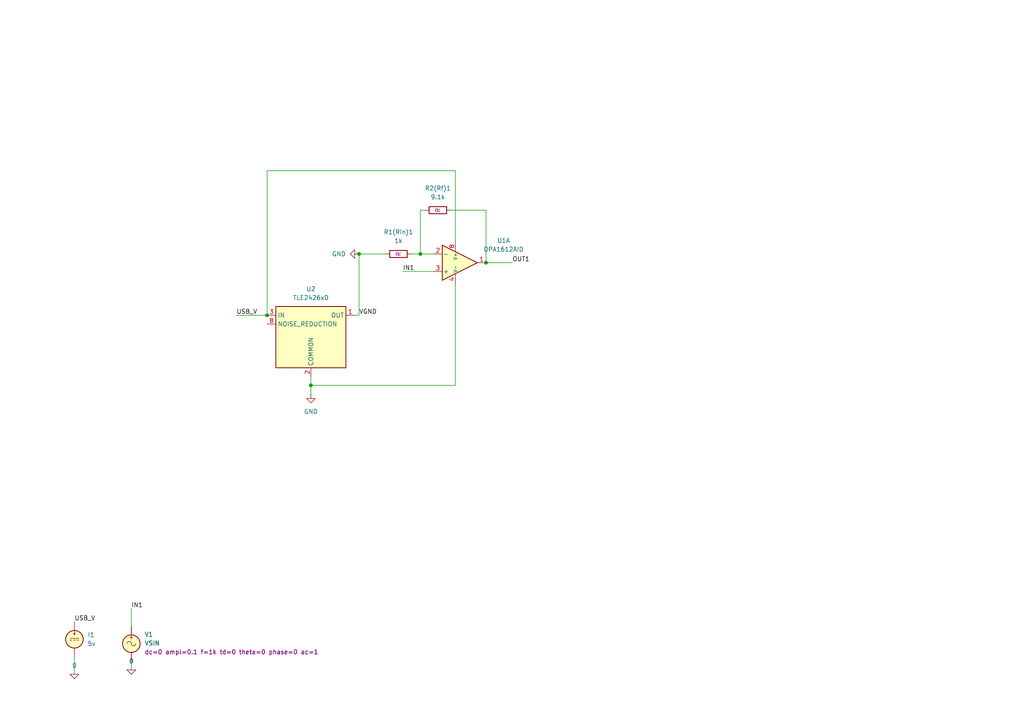
<source format=kicad_sch>
(kicad_sch (version 20250114) (generator "eeschema") (generator_version "9.0")
  (paper "A4")
  (lib_symbols
    (symbol "Device:R" (pin_numbers (hide yes)) (pin_names (offset 0))
      (property "Reference" "R" (at 2.032 0 90))
      (property "Value" "R" (at 0 0 90))
      (symbol "R_0_1"
        (rectangle (start -1.016 -2.54) (end 1.016 2.54) (stroke (width 0.254)))
      )
      (symbol "R_1_1"
        (pin passive line (at 0 3.81 270) (length 1.27) (name "~") (number "1"))
        (pin passive line (at 0 -3.81 90) (length 1.27) (name "~") (number "2"))
      )
    )
    (symbol "PCM_Amplifier_Operational_AKL:OPA1612AID" (pin_names (offset 0.2))
      (property "Reference" "U" (at 0 7.62 0))
      (property "Value" "OPA1612AID" (at 0 5.08 0))
      (symbol "OPA1612AID_0_1"
        (polyline (pts (xy -3.81 5.08) (xy -3.81 -5.08) (xy 6.35 0) (xy -3.81 5.08)) (stroke (width 0.254)) (fill (type background)))
      )
      (symbol "OPA1612AID_1_1"
        (pin input line (at -6.35 2.54 0) (length 2.54) (name "-") (number "2"))
        (pin input line (at -6.35 -2.54 0) (length 2.54) (name "+") (number "3"))
        (pin power_in line (at 0 6.35 270) (length 3.18) (name "V+") (number "8"))
        (pin power_in line (at 0 -6.35 90) (length 3.18) (name "V-") (number "4"))
        (pin output line (at 8.89 0 180) (length 2.54) (name "~") (number "1"))
      )
      (symbol "OPA1612AID_2_1"
        (pin input line (at -6.35 2.54 0) (length 2.54) (name "-") (number "6"))
        (pin input line (at -6.35 -2.54 0) (length 2.54) (name "+") (number "5"))
        (pin output line (at 8.89 0 180) (length 2.54) (name "~") (number "7"))
      )
    )
    (symbol "Reference_Voltage:TLE2426xD"
      (property "Reference" "U" (at -10.414 8.89 0))
      (property "Value" "TLE2426xD" (at 10.16 8.89 0))
      (symbol "TLE2426xD_0_1"
        (rectangle (start -10.16 7.62) (end 10.16 -10.16) (stroke (width 0.254)) (fill (type background)))
      )
      (symbol "TLE2426xD_1_1"
        (pin power_in line (at -12.7 5.08 0) (length 2.54) (name "IN") (number "3"))
        (pin passive line (at -12.7 2.54 0) (length 2.54) (name "NOISE_REDUCTION") (number "8"))
        (pin no_connect line (at -10.16 0 0) (length 2.54) (hide yes) (name "NC") (number "4"))
        (pin no_connect line (at -10.16 -2.54 0) (length 2.54) (hide yes) (name "NC") (number "5"))
        (pin power_in line (at 0 -12.7 90) (length 2.54) (name "COMMON") (number "2"))
        (pin no_connect line (at 10.16 0 180) (length 2.54) (hide yes) (name "NC") (number "6"))
        (pin no_connect line (at 10.16 -2.54 180) (length 2.54) (hide yes) (name "NC") (number "7"))
        (pin power_out line (at 12.7 5.08 180) (length 2.54) (name "OUT") (number "1"))
      )
    )
    (symbol "Simulation_SPICE:0" (power) (pin_numbers (hide yes)) (pin_names (offset 0) (hide yes))
      (property "Value" "0" (at 0 -2.54 0))
      (symbol "0_0_1"
        (polyline (pts (xy -1.27 0) (xy 0 -1.27) (xy 1.27 0) (xy -1.27 0)))
      )
      (symbol "0_1_1"
        (pin power_in line (at 0 0 0) (length 0) (name "~") (number "1"))
      )
    )
    (symbol "Simulation_SPICE:IDC" (pin_numbers (hide yes)) (pin_names (offset 0.0254))
      (property "Reference" "I" (at 2.54 2.54 0))
      (property "Value" "1" (at 2.54 0 0))
      (symbol "IDC_0_0"
        (polyline (pts (xy -1.27 0.254) (xy 1.27 0.254)))
        (polyline (pts (xy -0.762 -0.254) (xy -1.27 -0.254)))
        (polyline (pts (xy 0.254 -0.254) (xy -0.254 -0.254)))
        (polyline (pts (xy 1.27 -0.254) (xy 0.762 -0.254)))
      )
      (symbol "IDC_0_1"
        (polyline (pts (xy -0.254 1.778) (xy 0 1.27) (xy 0.254 1.778)))
        (polyline (pts (xy 0 1.27) (xy 0 2.286)))
        (circle (center 0 0) (radius 2.54) (stroke (width 0.254)) (fill (type background)))
      )
      (symbol "IDC_1_1"
        (pin passive line (at 0 5.08 270) (length 2.54) (name "~") (number "1"))
        (pin passive line (at 0 -5.08 90) (length 2.54) (name "~") (number "2"))
      )
    )
    (symbol "Simulation_SPICE:VSIN" (pin_numbers (hide yes)) (pin_names (offset 0.0254))
      (property "Reference" "V" (at 2.54 2.54 0))
      (property "Value" "VSIN" (at 2.54 0 0))
      (property "Sim.Params" "dc=0 ampl=1 f=1k ac=1" (at 2.54 -2.54 0))
      (symbol "VSIN_0_0"
        (arc (start -1.27 0) (mid -0.635 0.6323) (end 0 0))
        (arc (start 1.27 0) (mid 0.635 -0.6323) (end 0 0))
        (text "+" (at 0 1.905 0) (effects (font (size 1.27 1.27))))
      )
      (symbol "VSIN_0_1"
        (circle (center 0 0) (radius 2.54) (stroke (width 0.254)) (fill (type background)))
      )
      (symbol "VSIN_1_1"
        (pin passive line (at 0 5.08 270) (length 2.54) (name "~") (number "1"))
        (pin passive line (at 0 -5.08 90) (length 2.54) (name "~") (number "2"))
      )
    )
    (symbol "power:GND" (power) (pin_numbers (hide yes)) (pin_names (offset 0) (hide yes))
      (property "Value" "GND" (at 0 -3.81 0))
      (symbol "GND_0_1"
        (polyline (pts (xy 0 0) (xy 0 -1.27) (xy 1.27 -1.27) (xy 0 -2.54) (xy -1.27 -1.27) (xy 0 -1.27)))
      )
      (symbol "GND_1_1"
        (pin power_in line (at 0 0 270) (length 0) (name "~") (number "1"))
      )
    )
  )
  (junction (at 104.14 73.66))
  (junction (at 90.17 111.76))
  (junction (at 77.47 91.44))
  (junction (at 140.97 76.2))
  (junction (at 121.92 73.66))
  (wire (pts (xy 21.59 190.5) (xy 21.59 195.58)))
  (wire (pts (xy 38.1 176.53) (xy 38.1 181.61)))
  (wire (pts (xy 104.14 91.44) (xy 102.87 91.44)))
  (wire (pts (xy 132.08 82.55) (xy 132.08 111.76)))
  (wire (pts (xy 132.08 49.53) (xy 132.08 69.85)))
  (wire (pts (xy 104.14 73.66) (xy 104.14 91.44)))
  (wire (pts (xy 130.81 60.96) (xy 140.97 60.96)))
  (wire (pts (xy 77.47 49.53) (xy 132.08 49.53)))
  (wire (pts (xy 90.17 111.76) (xy 90.17 109.22)))
  (wire (pts (xy 119.38 73.66) (xy 121.92 73.66)))
  (wire (pts (xy 140.97 60.96) (xy 140.97 76.2)))
  (wire (pts (xy 111.76 73.66) (xy 104.14 73.66)))
  (wire (pts (xy 140.97 76.2) (xy 148.59 76.2)))
  (wire (pts (xy 68.58 91.44) (xy 77.47 91.44)))
  (wire (pts (xy 90.17 111.76) (xy 90.17 114.3)))
  (wire (pts (xy 132.08 111.76) (xy 90.17 111.76)))
  (wire (pts (xy 116.84 78.74) (xy 125.73 78.74)))
  (wire (pts (xy 77.47 91.44) (xy 77.47 49.53)))
  (wire (pts (xy 38.1 191.77) (xy 38.1 194.31)))
  (wire (pts (xy 123.19 60.96) (xy 121.92 60.96)))
  (wire (pts (xy 121.92 60.96) (xy 121.92 73.66)))
  (wire (pts (xy 121.92 73.66) (xy 125.73 73.66)))
  (label "OUT1" (at 148.59 76.2 0))
  (label "VGND" (at 104.14 91.44 0))
  (label "USB_V" (at 68.58 91.44 0))
  (label "IN1" (at 38.1 176.53 0))
  (label "USB_V" (at 21.59 180.34 0))
  (label "IN1" (at 116.84 78.74 0))
  (symbol (lib_id "Device:R") (at 115.57 73.66 90) (unit 1)
    (property "Reference" "R1(Rin)1" (at 115.57 67.31 90))
    (property "Value" "1k" (at 115.57 69.85 90))
    (property "Description" "Resistor" (effects (hide yes)))
    (property "Sim.Device" "R" (at 115.57 73.66 0))
    (property "Sim.Pins" "1=+ 2=-" (effects (hide yes)))
  )
  (symbol (lib_id "Simulation_SPICE:0") (at 21.59 195.58 0) (unit 1)
    (property "Reference" "#GND04" (effects (hide yes)))
    (property "Value" "0" (at 21.59 193.04 0))
    (property "Datasheet" "https://ngspice.sourceforge.io/docs/ngspice-html-manual/manual.xhtml#subsec_Circuit_elements__device" (effects (hide yes)))
    (property "Description" "0V reference potential for simulation" (effects (hide yes)))
  )
  (symbol (lib_id "power:GND") (at 104.14 73.66 270) (unit 1)
    (property "Reference" "#PWR01" (effects (hide yes)))
    (property "Value" "GND" (at 100.33 73.6599 90) (effects (justify right)))
    (property "Description" "Power symbol creates a global label with name \"GND\" , ground" (effects (hide yes)))
  )
  (symbol (lib_id "Reference_Voltage:TLE2426xD") (at 90.17 96.52 0) (unit 1)
    (property "Reference" "U2" (at 90.17 83.82 0))
    (property "Value" "TLE2426xD" (at 90.17 86.36 0))
    (property "Footprint" "Package_SO:SOIC-8_3.9x4.9mm_P1.27mm" (effects (hide yes)))
    (property "Datasheet" "http://www.ti.com/lit/ds/symlink/tle2426.pdf" (effects (hide yes)))
    (property "Description" "Precision virtual ground, noise reduction pin, 4V to 40V input, SOIC-8" (effects (hide yes)))
    (property "Sim.Library" "/home/alex/kicad/TLE2426x_Test_Circuit-PSpiceFiles/TLE2426x.LIB" (effects (hide yes)))
    (property "Sim.Name" "TLE2426x" (effects (hide yes)))
    (property "Sim.Device" "SUBCKT" (effects (hide yes)))
    (property "Sim.Pins" "1=1 2=3 3=4 4=5" (effects (hide yes)))
  )
  (symbol (lib_id "PCM_Amplifier_Operational_AKL:OPA1612AID") (at 132.08 76.2 0) (unit 1)
    (property "Reference" "U1" (at 146.05 69.7798 0))
    (property "Value" "OPA1612AID" (at 146.05 72.3198 0))
    (property "Footprint" "PCM_Package_SO_AKL:SO-8_3.9x4.9mm_P1.27mm" (effects (hide yes)))
    (property "Datasheet" "https://www.ti.com/lit/ds/symlink/opa1612.pdf?ts=1640252453965&ref_url=https%253A%252F%252Fwww.google.com%252F" (effects (hide yes)))
    (property "Description" "SO-8 Dual Audio Rail-to-Rail Operational Amplifier, 0.000015% THD, 1.2μVpp Noise, 4μV/°C Drift, 80MHz GBW, Alternate KiCAD Library" (effects (hide yes)))
    (property "Sim.Library" "/home/alex/kicad/OPA161x_Test_Circuit-PSpiceFiles/OPA161x.LIB" (effects (hide yes)))
    (property "Sim.Name" "OPA161x" (effects (hide yes)))
    (property "Sim.Device" "SUBCKT" (effects (hide yes)))
    (property "Sim.Pins" "1=OUT 2=IN- 3=IN+ 4=VEE 8=VCC" (effects (hide yes)))
  )
  (symbol (lib_id "Device:R") (at 127 60.96 270) (unit 1)
    (property "Reference" "R2(Rf)1" (at 127 54.61 90))
    (property "Value" "9.1k" (at 127 57.15 90))
    (property "Description" "Resistor" (effects (hide yes)))
    (property "Sim.Device" "R" (at 127 60.96 0))
    (property "Sim.Pins" "1=+ 2=-" (effects (hide yes)))
  )
  (symbol (lib_id "Simulation_SPICE:VSIN") (at 38.1 186.69 0) (unit 1)
    (property "Reference" "V1" (at 41.91 184.0201 0) (effects (justify left)))
    (property "Value" "VSIN" (at 41.91 186.5601 0) (effects (justify left)))
    (property "Datasheet" "https://ngspice.sourceforge.io/docs/ngspice-html-manual/manual.xhtml#sec_Independent_Sources_for" (effects (hide yes)))
    (property "Description" "Voltage source, sinusoidal" (effects (hide yes)))
    (property "Sim.Pins" "1=+ 2=-" (effects (hide yes)))
    (property "Sim.Params" "dc=0 ampl=0.1 f=1k td=0 theta=0 phase=0 ac=1" (at 41.91 189.1001 0) (effects (justify left)))
    (property "Sim.Type" "SIN" (effects (hide yes)))
    (property "Sim.Device" "V" (effects (hide yes)))
  )
  (symbol (lib_id "Simulation_SPICE:0") (at 38.1 194.31 0) (unit 1)
    (property "Reference" "#GND03" (effects (hide yes)))
    (property "Value" "0" (at 38.1 191.77 0))
    (property "Datasheet" "https://ngspice.sourceforge.io/docs/ngspice-html-manual/manual.xhtml#subsec_Circuit_elements__device" (effects (hide yes)))
    (property "Description" "0V reference potential for simulation" (effects (hide yes)))
  )
  (symbol (lib_id "power:GND") (at 90.17 114.3 0) (unit 1)
    (property "Reference" "#PWR02" (effects (hide yes)))
    (property "Value" "GND" (at 90.17 119.38 0))
    (property "Description" "Power symbol creates a global label with name \"GND\" , ground" (effects (hide yes)))
  )
  (symbol (lib_id "Simulation_SPICE:IDC") (at 21.59 185.42 0) (unit 1)
    (property "Reference" "I1" (at 25.4 184.1499 0) (effects (justify left)))
    (property "Value" "5v" (at 25.4 186.6899 0) (effects (justify left)))
    (property "Datasheet" "https://ngspice.sourceforge.io/docs/ngspice-html-manual/manual.xhtml#sec_Independent_Sources_for" (effects (hide yes)))
    (property "Description" "Current source, DC" (effects (hide yes)))
    (property "Sim.Pins" "1=+ 2=-" (effects (hide yes)))
    (property "Sim.Type" "DC" (effects (hide yes)))
    (property "Sim.Device" "I" (effects (hide yes)))
  )
)
</source>
